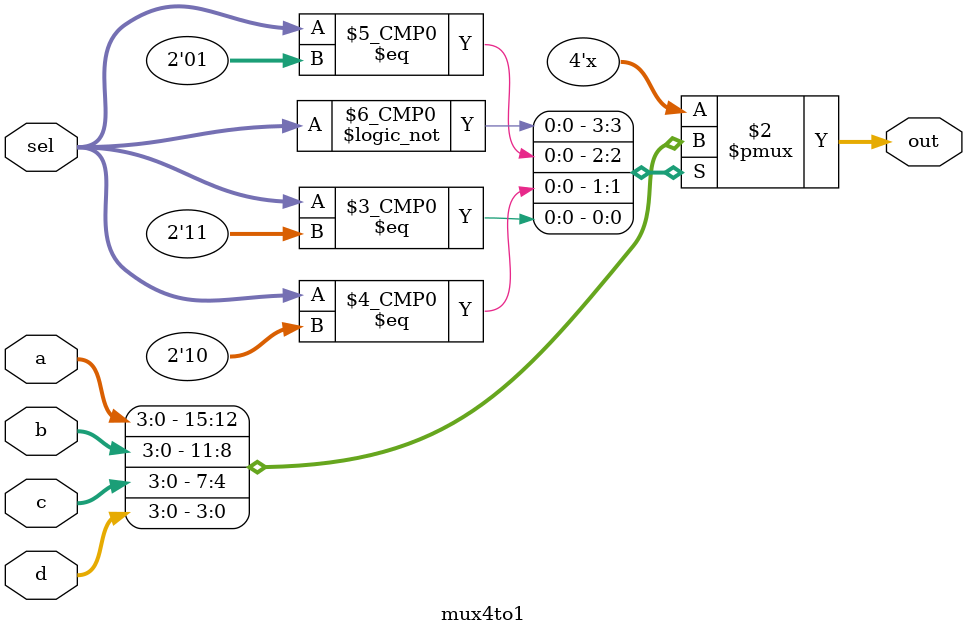
<source format=v>
module mux4to1(
	input [3:0] a, b, c, d,
	input [1:0] sel,
	output reg [3:0] out
);
	always @(*) begin
		case(sel)
			2'b00: out = a;
			2'b01: out = b;
			2'b10: out = c;
			2'b11: out = d;
		endcase
	end
endmodule
</source>
